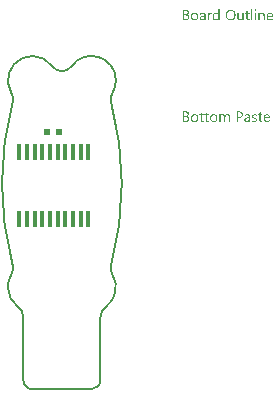
<source format=gbp>
G04*
G04 #@! TF.GenerationSoftware,Altium Limited,Altium Designer,21.9.2 (33)*
G04*
G04 Layer_Color=128*
%FSAX25Y25*%
%MOIN*%
G70*
G04*
G04 #@! TF.SameCoordinates,22CECA58-678C-4C5F-B68D-3DF83B2D247A*
G04*
G04*
G04 #@! TF.FilePolarity,Positive*
G04*
G01*
G75*
%ADD13C,0.00787*%
%ADD53R,0.01575X0.05315*%
%ADD54R,0.01968X0.02165*%
G36*
X0064563Y0102638D02*
X0064588D01*
X0064644Y0102613D01*
X0064675Y0102594D01*
X0064706Y0102569D01*
X0064712Y0102563D01*
X0064718Y0102557D01*
X0064749Y0102520D01*
X0064774Y0102458D01*
X0064780Y0102421D01*
X0064786Y0102384D01*
Y0102377D01*
Y0102365D01*
X0064780Y0102347D01*
X0064774Y0102322D01*
X0064755Y0102260D01*
X0064731Y0102229D01*
X0064706Y0102198D01*
X0064700D01*
X0064693Y0102186D01*
X0064656Y0102161D01*
X0064601Y0102136D01*
X0064563Y0102130D01*
X0064526Y0102124D01*
X0064508D01*
X0064489Y0102130D01*
X0064464D01*
X0064403Y0102155D01*
X0064372Y0102167D01*
X0064341Y0102192D01*
Y0102198D01*
X0064328Y0102204D01*
X0064316Y0102223D01*
X0064303Y0102241D01*
X0064279Y0102303D01*
X0064272Y0102340D01*
X0064266Y0102384D01*
Y0102390D01*
Y0102402D01*
X0064272Y0102421D01*
X0064279Y0102452D01*
X0064297Y0102507D01*
X0064316Y0102539D01*
X0064341Y0102569D01*
X0064347Y0102576D01*
X0064353Y0102582D01*
X0064390Y0102607D01*
X0064452Y0102631D01*
X0064489Y0102644D01*
X0064545D01*
X0064563Y0102638D01*
D02*
G37*
G36*
X0052573Y0098973D02*
X0052171D01*
Y0099394D01*
X0052159D01*
Y0099388D01*
X0052146Y0099375D01*
X0052128Y0099351D01*
X0052109Y0099320D01*
X0052078Y0099282D01*
X0052041Y0099245D01*
X0051998Y0099202D01*
X0051948Y0099159D01*
X0051893Y0099109D01*
X0051824Y0099066D01*
X0051756Y0099029D01*
X0051676Y0098992D01*
X0051595Y0098961D01*
X0051503Y0098936D01*
X0051403Y0098923D01*
X0051298Y0098917D01*
X0051255D01*
X0051218Y0098923D01*
X0051181Y0098930D01*
X0051131Y0098936D01*
X0051026Y0098961D01*
X0050902Y0098998D01*
X0050778Y0099060D01*
X0050710Y0099097D01*
X0050655Y0099140D01*
X0050593Y0099196D01*
X0050537Y0099252D01*
Y0099258D01*
X0050524Y0099270D01*
X0050512Y0099289D01*
X0050494Y0099313D01*
X0050475Y0099344D01*
X0050450Y0099388D01*
X0050425Y0099437D01*
X0050401Y0099493D01*
X0050370Y0099555D01*
X0050345Y0099623D01*
X0050320Y0099697D01*
X0050302Y0099778D01*
X0050283Y0099864D01*
X0050271Y0099963D01*
X0050265Y0100063D01*
X0050258Y0100168D01*
Y0100174D01*
Y0100192D01*
Y0100230D01*
X0050265Y0100273D01*
X0050271Y0100322D01*
X0050277Y0100384D01*
X0050283Y0100452D01*
X0050296Y0100527D01*
X0050333Y0100688D01*
X0050388Y0100855D01*
X0050425Y0100935D01*
X0050469Y0101016D01*
X0050512Y0101090D01*
X0050568Y0101164D01*
X0050574Y0101171D01*
X0050580Y0101183D01*
X0050599Y0101201D01*
X0050624Y0101226D01*
X0050655Y0101251D01*
X0050698Y0101282D01*
X0050741Y0101319D01*
X0050791Y0101356D01*
X0050915Y0101424D01*
X0051057Y0101486D01*
X0051137Y0101505D01*
X0051224Y0101523D01*
X0051311Y0101536D01*
X0051410Y0101542D01*
X0051459D01*
X0051496Y0101536D01*
X0051534Y0101530D01*
X0051583Y0101523D01*
X0051694Y0101492D01*
X0051818Y0101443D01*
X0051880Y0101412D01*
X0051942Y0101369D01*
X0052004Y0101325D01*
X0052060Y0101269D01*
X0052109Y0101208D01*
X0052159Y0101133D01*
X0052171D01*
Y0102693D01*
X0052573D01*
Y0098973D01*
D02*
G37*
G36*
X0066841Y0101536D02*
X0066916Y0101530D01*
X0067009Y0101511D01*
X0067107Y0101480D01*
X0067213Y0101430D01*
X0067318Y0101362D01*
X0067361Y0101325D01*
X0067405Y0101276D01*
X0067417Y0101263D01*
X0067442Y0101226D01*
X0067473Y0101164D01*
X0067516Y0101078D01*
X0067553Y0100972D01*
X0067590Y0100842D01*
X0067615Y0100688D01*
X0067621Y0100508D01*
Y0098973D01*
X0067219D01*
Y0100403D01*
Y0100409D01*
Y0100440D01*
X0067213Y0100477D01*
Y0100527D01*
X0067200Y0100589D01*
X0067188Y0100657D01*
X0067169Y0100731D01*
X0067145Y0100805D01*
X0067114Y0100880D01*
X0067077Y0100948D01*
X0067027Y0101016D01*
X0066971Y0101078D01*
X0066909Y0101127D01*
X0066829Y0101164D01*
X0066742Y0101195D01*
X0066637Y0101201D01*
X0066625D01*
X0066588Y0101195D01*
X0066532Y0101189D01*
X0066464Y0101171D01*
X0066383Y0101146D01*
X0066297Y0101102D01*
X0066216Y0101047D01*
X0066136Y0100972D01*
X0066129Y0100960D01*
X0066105Y0100935D01*
X0066074Y0100886D01*
X0066037Y0100818D01*
X0066000Y0100737D01*
X0065969Y0100638D01*
X0065944Y0100527D01*
X0065938Y0100403D01*
Y0098973D01*
X0065535D01*
Y0101486D01*
X0065938D01*
Y0101065D01*
X0065950D01*
X0065956Y0101072D01*
X0065962Y0101084D01*
X0065981Y0101109D01*
X0066006Y0101139D01*
X0066030Y0101177D01*
X0066068Y0101214D01*
X0066111Y0101257D01*
X0066160Y0101307D01*
X0066216Y0101350D01*
X0066278Y0101393D01*
X0066346Y0101430D01*
X0066420Y0101468D01*
X0066495Y0101499D01*
X0066581Y0101523D01*
X0066674Y0101536D01*
X0066773Y0101542D01*
X0066810D01*
X0066841Y0101536D01*
D02*
G37*
G36*
X0049844Y0101523D02*
X0049918Y0101517D01*
X0049961Y0101505D01*
X0049992Y0101492D01*
Y0101078D01*
X0049986Y0101084D01*
X0049974Y0101090D01*
X0049949Y0101102D01*
X0049918Y0101121D01*
X0049874Y0101133D01*
X0049819Y0101146D01*
X0049757Y0101152D01*
X0049689Y0101158D01*
X0049676D01*
X0049646Y0101152D01*
X0049596Y0101146D01*
X0049540Y0101127D01*
X0049466Y0101096D01*
X0049398Y0101053D01*
X0049324Y0100991D01*
X0049255Y0100910D01*
X0049249Y0100898D01*
X0049231Y0100867D01*
X0049200Y0100812D01*
X0049169Y0100737D01*
X0049138Y0100644D01*
X0049107Y0100527D01*
X0049088Y0100397D01*
X0049082Y0100248D01*
Y0098973D01*
X0048680D01*
Y0101486D01*
X0049082D01*
Y0100966D01*
X0049095D01*
Y0100972D01*
X0049101Y0100979D01*
X0049113Y0101010D01*
X0049132Y0101059D01*
X0049163Y0101121D01*
X0049194Y0101183D01*
X0049243Y0101251D01*
X0049293Y0101319D01*
X0049355Y0101381D01*
X0049361Y0101387D01*
X0049385Y0101406D01*
X0049423Y0101430D01*
X0049472Y0101455D01*
X0049528Y0101480D01*
X0049596Y0101505D01*
X0049670Y0101523D01*
X0049751Y0101530D01*
X0049806D01*
X0049844Y0101523D01*
D02*
G37*
G36*
X0060583Y0098973D02*
X0060181D01*
Y0099369D01*
X0060168D01*
Y0099363D01*
X0060156Y0099351D01*
X0060144Y0099326D01*
X0060119Y0099301D01*
X0060063Y0099227D01*
X0059977Y0099146D01*
X0059927Y0099103D01*
X0059871Y0099060D01*
X0059809Y0099023D01*
X0059735Y0098985D01*
X0059661Y0098961D01*
X0059580Y0098936D01*
X0059488Y0098923D01*
X0059395Y0098917D01*
X0059358D01*
X0059314Y0098923D01*
X0059252Y0098936D01*
X0059184Y0098948D01*
X0059110Y0098973D01*
X0059030Y0099004D01*
X0058949Y0099054D01*
X0058862Y0099109D01*
X0058782Y0099177D01*
X0058708Y0099264D01*
X0058640Y0099369D01*
X0058578Y0099487D01*
X0058534Y0099629D01*
X0058510Y0099796D01*
X0058497Y0099883D01*
Y0099982D01*
Y0101486D01*
X0058893D01*
Y0100044D01*
Y0100038D01*
Y0100013D01*
X0058900Y0099970D01*
X0058906Y0099920D01*
X0058912Y0099858D01*
X0058924Y0099796D01*
X0058943Y0099722D01*
X0058968Y0099648D01*
X0059005Y0099573D01*
X0059042Y0099505D01*
X0059092Y0099437D01*
X0059153Y0099375D01*
X0059222Y0099326D01*
X0059302Y0099289D01*
X0059401Y0099258D01*
X0059506Y0099252D01*
X0059519D01*
X0059556Y0099258D01*
X0059611Y0099264D01*
X0059673Y0099276D01*
X0059754Y0099307D01*
X0059834Y0099344D01*
X0059915Y0099394D01*
X0059989Y0099468D01*
X0059995Y0099481D01*
X0060020Y0099505D01*
X0060051Y0099555D01*
X0060088Y0099623D01*
X0060119Y0099704D01*
X0060150Y0099803D01*
X0060175Y0099914D01*
X0060181Y0100038D01*
Y0101486D01*
X0060583D01*
Y0098973D01*
D02*
G37*
G36*
X0064718D02*
X0064316D01*
Y0101486D01*
X0064718D01*
Y0098973D01*
D02*
G37*
G36*
X0063499D02*
X0063096D01*
Y0102693D01*
X0063499D01*
Y0098973D01*
D02*
G37*
G36*
X0047120Y0101536D02*
X0047176Y0101530D01*
X0047244Y0101511D01*
X0047318Y0101492D01*
X0047399Y0101461D01*
X0047485Y0101424D01*
X0047566Y0101375D01*
X0047646Y0101313D01*
X0047720Y0101239D01*
X0047789Y0101146D01*
X0047844Y0101040D01*
X0047888Y0100917D01*
X0047912Y0100774D01*
X0047925Y0100607D01*
Y0098973D01*
X0047522D01*
Y0099363D01*
X0047510D01*
Y0099357D01*
X0047498Y0099344D01*
X0047485Y0099320D01*
X0047460Y0099295D01*
X0047399Y0099221D01*
X0047318Y0099140D01*
X0047207Y0099060D01*
X0047077Y0098985D01*
X0046996Y0098961D01*
X0046916Y0098936D01*
X0046829Y0098923D01*
X0046736Y0098917D01*
X0046699D01*
X0046674Y0098923D01*
X0046606Y0098930D01*
X0046526Y0098942D01*
X0046427Y0098967D01*
X0046334Y0098998D01*
X0046235Y0099047D01*
X0046148Y0099109D01*
X0046142Y0099122D01*
X0046117Y0099146D01*
X0046080Y0099190D01*
X0046043Y0099252D01*
X0046006Y0099326D01*
X0045969Y0099413D01*
X0045944Y0099518D01*
X0045938Y0099635D01*
Y0099642D01*
Y0099666D01*
X0045944Y0099704D01*
X0045950Y0099747D01*
X0045963Y0099803D01*
X0045981Y0099864D01*
X0046006Y0099932D01*
X0046043Y0100001D01*
X0046086Y0100075D01*
X0046142Y0100149D01*
X0046210Y0100217D01*
X0046290Y0100279D01*
X0046383Y0100341D01*
X0046495Y0100391D01*
X0046619Y0100428D01*
X0046767Y0100459D01*
X0047522Y0100564D01*
Y0100570D01*
Y0100589D01*
X0047516Y0100626D01*
Y0100663D01*
X0047504Y0100712D01*
X0047498Y0100768D01*
X0047460Y0100886D01*
X0047429Y0100942D01*
X0047399Y0100997D01*
X0047355Y0101053D01*
X0047306Y0101102D01*
X0047244Y0101146D01*
X0047176Y0101177D01*
X0047095Y0101195D01*
X0047002Y0101201D01*
X0046959D01*
X0046928Y0101195D01*
X0046885D01*
X0046841Y0101183D01*
X0046730Y0101164D01*
X0046606Y0101127D01*
X0046470Y0101072D01*
X0046396Y0101034D01*
X0046328Y0100997D01*
X0046253Y0100948D01*
X0046185Y0100892D01*
Y0101307D01*
X0046191D01*
X0046204Y0101319D01*
X0046222Y0101331D01*
X0046253Y0101344D01*
X0046284Y0101362D01*
X0046328Y0101381D01*
X0046377Y0101400D01*
X0046433Y0101424D01*
X0046557Y0101468D01*
X0046705Y0101505D01*
X0046866Y0101530D01*
X0047039Y0101542D01*
X0047077D01*
X0047120Y0101536D01*
D02*
G37*
G36*
X0041431Y0102483D02*
X0041475D01*
X0041518Y0102477D01*
X0041617Y0102464D01*
X0041735Y0102433D01*
X0041859Y0102396D01*
X0041976Y0102340D01*
X0042081Y0102266D01*
X0042088D01*
X0042094Y0102254D01*
X0042125Y0102229D01*
X0042168Y0102180D01*
X0042217Y0102111D01*
X0042261Y0102025D01*
X0042304Y0101926D01*
X0042335Y0101814D01*
X0042347Y0101752D01*
Y0101684D01*
Y0101678D01*
Y0101672D01*
Y0101635D01*
X0042341Y0101579D01*
X0042329Y0101511D01*
X0042310Y0101424D01*
X0042279Y0101338D01*
X0042242Y0101251D01*
X0042187Y0101164D01*
X0042180Y0101152D01*
X0042156Y0101127D01*
X0042118Y0101090D01*
X0042069Y0101040D01*
X0042007Y0100991D01*
X0041933Y0100935D01*
X0041840Y0100892D01*
X0041741Y0100849D01*
Y0100842D01*
X0041759D01*
X0041778Y0100836D01*
X0041797Y0100830D01*
X0041865Y0100818D01*
X0041945Y0100793D01*
X0042032Y0100756D01*
X0042125Y0100712D01*
X0042217Y0100651D01*
X0042304Y0100570D01*
X0042317Y0100558D01*
X0042341Y0100527D01*
X0042372Y0100483D01*
X0042416Y0100415D01*
X0042453Y0100329D01*
X0042490Y0100230D01*
X0042515Y0100112D01*
X0042521Y0099982D01*
Y0099976D01*
Y0099963D01*
Y0099939D01*
X0042515Y0099908D01*
X0042508Y0099871D01*
X0042502Y0099827D01*
X0042478Y0099722D01*
X0042440Y0099604D01*
X0042385Y0099481D01*
X0042347Y0099425D01*
X0042304Y0099363D01*
X0042248Y0099307D01*
X0042193Y0099252D01*
X0042187D01*
X0042180Y0099239D01*
X0042162Y0099227D01*
X0042137Y0099208D01*
X0042106Y0099190D01*
X0042063Y0099165D01*
X0041970Y0099115D01*
X0041852Y0099060D01*
X0041716Y0099016D01*
X0041555Y0098985D01*
X0041475Y0098979D01*
X0041382Y0098973D01*
X0040354D01*
Y0102489D01*
X0041400D01*
X0041431Y0102483D01*
D02*
G37*
G36*
X0061927Y0101486D02*
X0062564D01*
Y0101139D01*
X0061927D01*
Y0099722D01*
Y0099710D01*
Y0099679D01*
X0061933Y0099635D01*
X0061939Y0099580D01*
X0061964Y0099462D01*
X0061982Y0099406D01*
X0062013Y0099363D01*
X0062019Y0099357D01*
X0062032Y0099344D01*
X0062050Y0099332D01*
X0062081Y0099313D01*
X0062118Y0099289D01*
X0062168Y0099276D01*
X0062230Y0099264D01*
X0062298Y0099258D01*
X0062323D01*
X0062354Y0099264D01*
X0062391Y0099270D01*
X0062477Y0099295D01*
X0062521Y0099313D01*
X0062564Y0099338D01*
Y0098992D01*
X0062558D01*
X0062539Y0098979D01*
X0062508Y0098973D01*
X0062465Y0098961D01*
X0062409Y0098948D01*
X0062347Y0098936D01*
X0062273Y0098930D01*
X0062186Y0098923D01*
X0062155D01*
X0062125Y0098930D01*
X0062081Y0098936D01*
X0062032Y0098948D01*
X0061976Y0098961D01*
X0061920Y0098985D01*
X0061858Y0099016D01*
X0061796Y0099054D01*
X0061735Y0099103D01*
X0061679Y0099159D01*
X0061629Y0099233D01*
X0061586Y0099313D01*
X0061555Y0099413D01*
X0061530Y0099524D01*
X0061524Y0099654D01*
Y0101139D01*
X0061097D01*
Y0101486D01*
X0061524D01*
Y0102099D01*
X0061927Y0102229D01*
Y0101486D01*
D02*
G37*
G36*
X0069454Y0101536D02*
X0069497Y0101530D01*
X0069540Y0101523D01*
X0069652Y0101505D01*
X0069775Y0101461D01*
X0069899Y0101406D01*
X0069961Y0101369D01*
X0070023Y0101325D01*
X0070079Y0101276D01*
X0070134Y0101220D01*
X0070141Y0101214D01*
X0070147Y0101208D01*
X0070159Y0101189D01*
X0070178Y0101164D01*
X0070196Y0101127D01*
X0070221Y0101090D01*
X0070246Y0101047D01*
X0070271Y0100991D01*
X0070295Y0100929D01*
X0070320Y0100867D01*
X0070345Y0100793D01*
X0070363Y0100712D01*
X0070382Y0100626D01*
X0070394Y0100539D01*
X0070407Y0100440D01*
Y0100335D01*
Y0100124D01*
X0068630D01*
Y0100118D01*
Y0100106D01*
Y0100087D01*
X0068636Y0100056D01*
X0068643Y0100019D01*
Y0099982D01*
X0068661Y0099883D01*
X0068692Y0099784D01*
X0068729Y0099673D01*
X0068785Y0099567D01*
X0068853Y0099474D01*
X0068866Y0099462D01*
X0068890Y0099437D01*
X0068940Y0099406D01*
X0069008Y0099363D01*
X0069095Y0099320D01*
X0069194Y0099289D01*
X0069311Y0099264D01*
X0069447Y0099252D01*
X0069491D01*
X0069522Y0099258D01*
X0069559D01*
X0069602Y0099264D01*
X0069707Y0099289D01*
X0069825Y0099320D01*
X0069955Y0099369D01*
X0070091Y0099437D01*
X0070159Y0099481D01*
X0070227Y0099530D01*
Y0099152D01*
X0070221D01*
X0070215Y0099140D01*
X0070196Y0099134D01*
X0070165Y0099115D01*
X0070134Y0099097D01*
X0070097Y0099078D01*
X0070048Y0099060D01*
X0069998Y0099035D01*
X0069936Y0099010D01*
X0069868Y0098992D01*
X0069720Y0098954D01*
X0069546Y0098930D01*
X0069354Y0098917D01*
X0069305D01*
X0069268Y0098923D01*
X0069225Y0098930D01*
X0069169Y0098936D01*
X0069051Y0098961D01*
X0068915Y0098998D01*
X0068779Y0099060D01*
X0068711Y0099103D01*
X0068643Y0099146D01*
X0068581Y0099196D01*
X0068519Y0099258D01*
X0068513Y0099264D01*
X0068506Y0099276D01*
X0068494Y0099295D01*
X0068469Y0099320D01*
X0068451Y0099357D01*
X0068426Y0099400D01*
X0068395Y0099450D01*
X0068370Y0099505D01*
X0068339Y0099567D01*
X0068315Y0099642D01*
X0068284Y0099722D01*
X0068265Y0099809D01*
X0068247Y0099901D01*
X0068228Y0100001D01*
X0068222Y0100106D01*
X0068216Y0100217D01*
Y0100223D01*
Y0100242D01*
Y0100273D01*
X0068222Y0100316D01*
X0068228Y0100366D01*
X0068234Y0100422D01*
X0068240Y0100490D01*
X0068259Y0100558D01*
X0068296Y0100706D01*
X0068352Y0100867D01*
X0068389Y0100948D01*
X0068438Y0101022D01*
X0068488Y0101102D01*
X0068544Y0101171D01*
X0068550Y0101177D01*
X0068562Y0101189D01*
X0068581Y0101208D01*
X0068606Y0101226D01*
X0068636Y0101257D01*
X0068674Y0101288D01*
X0068723Y0101319D01*
X0068773Y0101356D01*
X0068890Y0101424D01*
X0069033Y0101486D01*
X0069113Y0101505D01*
X0069194Y0101523D01*
X0069280Y0101536D01*
X0069373Y0101542D01*
X0069423D01*
X0069454Y0101536D01*
D02*
G37*
G36*
X0056411Y0102545D02*
X0056473Y0102539D01*
X0056547Y0102526D01*
X0056628Y0102507D01*
X0056714Y0102489D01*
X0056801Y0102464D01*
X0056900Y0102433D01*
X0056993Y0102390D01*
X0057092Y0102340D01*
X0057191Y0102285D01*
X0057284Y0102217D01*
X0057377Y0102142D01*
X0057464Y0102056D01*
X0057470Y0102050D01*
X0057482Y0102031D01*
X0057507Y0102006D01*
X0057532Y0101969D01*
X0057569Y0101919D01*
X0057606Y0101858D01*
X0057643Y0101789D01*
X0057686Y0101715D01*
X0057730Y0101622D01*
X0057767Y0101530D01*
X0057804Y0101424D01*
X0057841Y0101307D01*
X0057866Y0101189D01*
X0057891Y0101059D01*
X0057903Y0100917D01*
X0057909Y0100774D01*
Y0100762D01*
Y0100737D01*
Y0100694D01*
X0057903Y0100632D01*
X0057897Y0100558D01*
X0057884Y0100477D01*
X0057872Y0100384D01*
X0057854Y0100279D01*
X0057829Y0100174D01*
X0057798Y0100063D01*
X0057761Y0099951D01*
X0057717Y0099840D01*
X0057662Y0099722D01*
X0057600Y0099617D01*
X0057532Y0099512D01*
X0057451Y0099413D01*
X0057445Y0099406D01*
X0057433Y0099394D01*
X0057402Y0099369D01*
X0057371Y0099338D01*
X0057321Y0099295D01*
X0057265Y0099258D01*
X0057204Y0099208D01*
X0057129Y0099165D01*
X0057049Y0099122D01*
X0056956Y0099072D01*
X0056857Y0099035D01*
X0056745Y0098998D01*
X0056628Y0098961D01*
X0056504Y0098936D01*
X0056374Y0098923D01*
X0056232Y0098917D01*
X0056201D01*
X0056157Y0098923D01*
X0056108D01*
X0056046Y0098930D01*
X0055972Y0098942D01*
X0055891Y0098961D01*
X0055798Y0098979D01*
X0055705Y0099004D01*
X0055607Y0099035D01*
X0055507Y0099078D01*
X0055408Y0099122D01*
X0055309Y0099177D01*
X0055210Y0099245D01*
X0055117Y0099320D01*
X0055031Y0099406D01*
X0055025Y0099413D01*
X0055012Y0099431D01*
X0054988Y0099456D01*
X0054963Y0099493D01*
X0054926Y0099542D01*
X0054888Y0099604D01*
X0054851Y0099673D01*
X0054808Y0099753D01*
X0054765Y0099840D01*
X0054728Y0099932D01*
X0054690Y0100038D01*
X0054653Y0100155D01*
X0054628Y0100273D01*
X0054604Y0100403D01*
X0054591Y0100545D01*
X0054585Y0100688D01*
Y0100700D01*
Y0100725D01*
X0054591Y0100768D01*
Y0100830D01*
X0054598Y0100898D01*
X0054610Y0100985D01*
X0054622Y0101078D01*
X0054641Y0101177D01*
X0054666Y0101282D01*
X0054697Y0101393D01*
X0054734Y0101505D01*
X0054777Y0101616D01*
X0054833Y0101728D01*
X0054895Y0101839D01*
X0054963Y0101944D01*
X0055043Y0102043D01*
X0055049Y0102050D01*
X0055062Y0102068D01*
X0055093Y0102093D01*
X0055130Y0102124D01*
X0055173Y0102161D01*
X0055229Y0102204D01*
X0055297Y0102248D01*
X0055371Y0102297D01*
X0055458Y0102347D01*
X0055551Y0102390D01*
X0055650Y0102433D01*
X0055761Y0102470D01*
X0055885Y0102501D01*
X0056015Y0102532D01*
X0056151Y0102545D01*
X0056294Y0102551D01*
X0056362D01*
X0056411Y0102545D01*
D02*
G37*
G36*
X0044384Y0101536D02*
X0044427Y0101530D01*
X0044483Y0101523D01*
X0044607Y0101499D01*
X0044749Y0101455D01*
X0044892Y0101393D01*
X0044966Y0101356D01*
X0045034Y0101313D01*
X0045102Y0101257D01*
X0045164Y0101195D01*
X0045170Y0101189D01*
X0045176Y0101177D01*
X0045195Y0101158D01*
X0045213Y0101133D01*
X0045238Y0101096D01*
X0045263Y0101053D01*
X0045294Y0101003D01*
X0045325Y0100948D01*
X0045350Y0100880D01*
X0045381Y0100812D01*
X0045405Y0100731D01*
X0045430Y0100644D01*
X0045449Y0100551D01*
X0045467Y0100452D01*
X0045474Y0100347D01*
X0045480Y0100236D01*
Y0100230D01*
Y0100211D01*
Y0100180D01*
X0045474Y0100137D01*
X0045467Y0100087D01*
X0045461Y0100025D01*
X0045449Y0099963D01*
X0045436Y0099889D01*
X0045399Y0099741D01*
X0045337Y0099580D01*
X0045300Y0099499D01*
X0045251Y0099419D01*
X0045201Y0099344D01*
X0045139Y0099276D01*
X0045133Y0099270D01*
X0045121Y0099264D01*
X0045102Y0099245D01*
X0045077Y0099221D01*
X0045040Y0099196D01*
X0045003Y0099165D01*
X0044954Y0099128D01*
X0044898Y0099097D01*
X0044836Y0099066D01*
X0044768Y0099029D01*
X0044693Y0098998D01*
X0044613Y0098973D01*
X0044526Y0098948D01*
X0044434Y0098936D01*
X0044335Y0098923D01*
X0044229Y0098917D01*
X0044174D01*
X0044136Y0098923D01*
X0044093Y0098930D01*
X0044037Y0098936D01*
X0043975Y0098948D01*
X0043907Y0098961D01*
X0043765Y0099004D01*
X0043617Y0099066D01*
X0043542Y0099103D01*
X0043474Y0099152D01*
X0043406Y0099202D01*
X0043338Y0099264D01*
X0043332Y0099270D01*
X0043325Y0099282D01*
X0043307Y0099301D01*
X0043288Y0099326D01*
X0043264Y0099363D01*
X0043233Y0099406D01*
X0043202Y0099456D01*
X0043177Y0099512D01*
X0043146Y0099580D01*
X0043115Y0099648D01*
X0043084Y0099722D01*
X0043059Y0099809D01*
X0043022Y0099994D01*
X0043016Y0100093D01*
X0043010Y0100199D01*
Y0100205D01*
Y0100230D01*
Y0100261D01*
X0043016Y0100304D01*
X0043022Y0100353D01*
X0043028Y0100415D01*
X0043041Y0100483D01*
X0043053Y0100558D01*
X0043090Y0100719D01*
X0043152Y0100880D01*
X0043196Y0100960D01*
X0043239Y0101040D01*
X0043288Y0101115D01*
X0043350Y0101183D01*
X0043356Y0101189D01*
X0043369Y0101201D01*
X0043387Y0101214D01*
X0043412Y0101239D01*
X0043449Y0101263D01*
X0043493Y0101294D01*
X0043542Y0101331D01*
X0043598Y0101362D01*
X0043660Y0101393D01*
X0043734Y0101430D01*
X0043808Y0101461D01*
X0043895Y0101486D01*
X0043982Y0101511D01*
X0044081Y0101530D01*
X0044186Y0101536D01*
X0044291Y0101542D01*
X0044347D01*
X0044384Y0101536D01*
D02*
G37*
G36*
X0064483Y0067677D02*
X0064563Y0067671D01*
X0064650Y0067659D01*
X0064749Y0067634D01*
X0064848Y0067609D01*
X0064947Y0067572D01*
Y0067164D01*
X0064935Y0067170D01*
X0064898Y0067195D01*
X0064842Y0067219D01*
X0064768Y0067256D01*
X0064675Y0067287D01*
X0064563Y0067318D01*
X0064440Y0067337D01*
X0064310Y0067343D01*
X0064241D01*
X0064180Y0067331D01*
X0064105Y0067318D01*
X0064099D01*
X0064093Y0067312D01*
X0064056Y0067300D01*
X0064006Y0067275D01*
X0063951Y0067244D01*
X0063938Y0067238D01*
X0063914Y0067213D01*
X0063882Y0067176D01*
X0063852Y0067133D01*
X0063845Y0067120D01*
X0063833Y0067089D01*
X0063821Y0067046D01*
X0063814Y0066990D01*
Y0066984D01*
Y0066972D01*
Y0066953D01*
X0063821Y0066935D01*
X0063833Y0066879D01*
X0063852Y0066823D01*
X0063858Y0066811D01*
X0063876Y0066786D01*
X0063914Y0066749D01*
X0063957Y0066706D01*
X0063963D01*
X0063969Y0066699D01*
X0064006Y0066675D01*
X0064056Y0066644D01*
X0064124Y0066613D01*
X0064130D01*
X0064143Y0066607D01*
X0064161Y0066600D01*
X0064192Y0066588D01*
X0064260Y0066563D01*
X0064347Y0066526D01*
X0064353D01*
X0064378Y0066514D01*
X0064409Y0066501D01*
X0064446Y0066489D01*
X0064545Y0066446D01*
X0064644Y0066396D01*
X0064650D01*
X0064669Y0066384D01*
X0064693Y0066371D01*
X0064724Y0066353D01*
X0064799Y0066303D01*
X0064873Y0066241D01*
X0064879Y0066235D01*
X0064891Y0066229D01*
X0064904Y0066210D01*
X0064929Y0066186D01*
X0064972Y0066124D01*
X0065015Y0066043D01*
Y0066037D01*
X0065022Y0066025D01*
X0065034Y0066000D01*
X0065040Y0065969D01*
X0065052Y0065932D01*
X0065059Y0065889D01*
X0065065Y0065783D01*
Y0065777D01*
Y0065752D01*
X0065059Y0065715D01*
X0065052Y0065672D01*
X0065046Y0065622D01*
X0065028Y0065567D01*
X0065009Y0065517D01*
X0064978Y0065461D01*
X0064972Y0065455D01*
X0064966Y0065437D01*
X0064947Y0065412D01*
X0064922Y0065381D01*
X0064891Y0065344D01*
X0064854Y0065307D01*
X0064762Y0065232D01*
X0064755Y0065226D01*
X0064737Y0065220D01*
X0064712Y0065201D01*
X0064669Y0065183D01*
X0064625Y0065158D01*
X0064570Y0065140D01*
X0064514Y0065121D01*
X0064446Y0065102D01*
X0064440D01*
X0064415Y0065096D01*
X0064378Y0065090D01*
X0064334Y0065084D01*
X0064272Y0065071D01*
X0064211Y0065065D01*
X0064068Y0065059D01*
X0064006D01*
X0063932Y0065065D01*
X0063839Y0065078D01*
X0063734Y0065096D01*
X0063622Y0065121D01*
X0063511Y0065152D01*
X0063400Y0065201D01*
Y0065635D01*
X0063406D01*
X0063412Y0065622D01*
X0063431Y0065610D01*
X0063455Y0065598D01*
X0063524Y0065561D01*
X0063616Y0065517D01*
X0063722Y0065468D01*
X0063845Y0065430D01*
X0063982Y0065406D01*
X0064124Y0065393D01*
X0064174D01*
X0064204Y0065399D01*
X0064291Y0065412D01*
X0064390Y0065437D01*
X0064483Y0065480D01*
X0064526Y0065511D01*
X0064570Y0065542D01*
X0064601Y0065585D01*
X0064625Y0065628D01*
X0064644Y0065684D01*
X0064650Y0065746D01*
Y0065752D01*
Y0065765D01*
Y0065783D01*
X0064644Y0065802D01*
X0064631Y0065858D01*
X0064607Y0065913D01*
Y0065920D01*
X0064601Y0065926D01*
X0064576Y0065957D01*
X0064539Y0066000D01*
X0064483Y0066037D01*
X0064477D01*
X0064471Y0066049D01*
X0064433Y0066068D01*
X0064378Y0066105D01*
X0064303Y0066136D01*
X0064297D01*
X0064285Y0066142D01*
X0064266Y0066155D01*
X0064235Y0066167D01*
X0064167Y0066192D01*
X0064081Y0066229D01*
X0064074D01*
X0064050Y0066241D01*
X0064019Y0066254D01*
X0063982Y0066266D01*
X0063882Y0066309D01*
X0063784Y0066359D01*
X0063777Y0066365D01*
X0063765Y0066371D01*
X0063740Y0066384D01*
X0063709Y0066402D01*
X0063641Y0066452D01*
X0063573Y0066508D01*
X0063567Y0066514D01*
X0063561Y0066520D01*
X0063542Y0066539D01*
X0063524Y0066563D01*
X0063480Y0066625D01*
X0063443Y0066699D01*
Y0066706D01*
X0063437Y0066718D01*
X0063431Y0066743D01*
X0063424Y0066774D01*
X0063418Y0066811D01*
X0063412Y0066854D01*
X0063406Y0066959D01*
Y0066966D01*
Y0066990D01*
X0063412Y0067021D01*
X0063418Y0067065D01*
X0063424Y0067114D01*
X0063443Y0067164D01*
X0063462Y0067219D01*
X0063486Y0067269D01*
X0063493Y0067275D01*
X0063499Y0067294D01*
X0063517Y0067318D01*
X0063542Y0067349D01*
X0063610Y0067424D01*
X0063697Y0067498D01*
X0063703Y0067504D01*
X0063722Y0067510D01*
X0063746Y0067529D01*
X0063790Y0067547D01*
X0063833Y0067572D01*
X0063882Y0067597D01*
X0064006Y0067634D01*
X0064012D01*
X0064037Y0067640D01*
X0064068Y0067653D01*
X0064118Y0067659D01*
X0064167Y0067671D01*
X0064229Y0067677D01*
X0064365Y0067684D01*
X0064421D01*
X0064483Y0067677D01*
D02*
G37*
G36*
X0055291D02*
X0055347Y0067665D01*
X0055408Y0067653D01*
X0055476Y0067628D01*
X0055557Y0067597D01*
X0055631Y0067554D01*
X0055712Y0067504D01*
X0055786Y0067436D01*
X0055854Y0067349D01*
X0055916Y0067250D01*
X0055972Y0067139D01*
X0056009Y0066997D01*
X0056040Y0066842D01*
X0056046Y0066662D01*
Y0065115D01*
X0055644D01*
Y0066557D01*
Y0066563D01*
Y0066576D01*
Y0066594D01*
Y0066625D01*
X0055637Y0066699D01*
X0055625Y0066786D01*
X0055613Y0066885D01*
X0055588Y0066984D01*
X0055557Y0067077D01*
X0055514Y0067158D01*
X0055507Y0067164D01*
X0055489Y0067188D01*
X0055458Y0067219D01*
X0055408Y0067250D01*
X0055353Y0067287D01*
X0055278Y0067312D01*
X0055186Y0067337D01*
X0055080Y0067343D01*
X0055068D01*
X0055037Y0067337D01*
X0054988Y0067331D01*
X0054926Y0067312D01*
X0054857Y0067287D01*
X0054783Y0067244D01*
X0054709Y0067188D01*
X0054641Y0067108D01*
X0054635Y0067096D01*
X0054616Y0067065D01*
X0054585Y0067015D01*
X0054554Y0066947D01*
X0054517Y0066866D01*
X0054492Y0066774D01*
X0054467Y0066662D01*
X0054461Y0066545D01*
Y0065115D01*
X0054059D01*
Y0066607D01*
Y0066613D01*
Y0066637D01*
X0054053Y0066675D01*
Y0066724D01*
X0054040Y0066780D01*
X0054028Y0066842D01*
X0054009Y0066904D01*
X0053991Y0066978D01*
X0053960Y0067046D01*
X0053923Y0067108D01*
X0053873Y0067170D01*
X0053818Y0067226D01*
X0053756Y0067275D01*
X0053675Y0067312D01*
X0053588Y0067337D01*
X0053490Y0067343D01*
X0053477D01*
X0053446Y0067337D01*
X0053397Y0067331D01*
X0053335Y0067318D01*
X0053267Y0067287D01*
X0053192Y0067250D01*
X0053118Y0067195D01*
X0053050Y0067120D01*
X0053044Y0067108D01*
X0053025Y0067083D01*
X0052994Y0067034D01*
X0052963Y0066966D01*
X0052932Y0066885D01*
X0052902Y0066786D01*
X0052883Y0066675D01*
X0052877Y0066545D01*
Y0065115D01*
X0052474D01*
Y0067628D01*
X0052877D01*
Y0067226D01*
X0052889D01*
X0052895Y0067232D01*
X0052902Y0067244D01*
X0052920Y0067269D01*
X0052939Y0067300D01*
X0053000Y0067368D01*
X0053087Y0067455D01*
X0053199Y0067541D01*
X0053329Y0067609D01*
X0053409Y0067640D01*
X0053490Y0067665D01*
X0053576Y0067677D01*
X0053669Y0067684D01*
X0053712D01*
X0053762Y0067677D01*
X0053824Y0067665D01*
X0053892Y0067646D01*
X0053966Y0067622D01*
X0054040Y0067591D01*
X0054115Y0067541D01*
X0054121Y0067535D01*
X0054146Y0067516D01*
X0054177Y0067485D01*
X0054220Y0067442D01*
X0054263Y0067387D01*
X0054307Y0067325D01*
X0054350Y0067250D01*
X0054381Y0067164D01*
X0054387Y0067170D01*
X0054393Y0067188D01*
X0054412Y0067213D01*
X0054430Y0067244D01*
X0054461Y0067287D01*
X0054498Y0067331D01*
X0054542Y0067374D01*
X0054591Y0067424D01*
X0054647Y0067473D01*
X0054709Y0067516D01*
X0054777Y0067566D01*
X0054851Y0067603D01*
X0054932Y0067634D01*
X0055018Y0067659D01*
X0055117Y0067677D01*
X0055216Y0067684D01*
X0055254D01*
X0055291Y0067677D01*
D02*
G37*
G36*
X0061988D02*
X0062044Y0067671D01*
X0062112Y0067653D01*
X0062186Y0067634D01*
X0062267Y0067603D01*
X0062354Y0067566D01*
X0062434Y0067516D01*
X0062515Y0067455D01*
X0062589Y0067380D01*
X0062657Y0067287D01*
X0062713Y0067182D01*
X0062756Y0067058D01*
X0062781Y0066916D01*
X0062793Y0066749D01*
Y0065115D01*
X0062391D01*
Y0065505D01*
X0062378D01*
Y0065499D01*
X0062366Y0065486D01*
X0062354Y0065461D01*
X0062329Y0065437D01*
X0062267Y0065362D01*
X0062186Y0065282D01*
X0062075Y0065201D01*
X0061945Y0065127D01*
X0061865Y0065102D01*
X0061784Y0065078D01*
X0061698Y0065065D01*
X0061605Y0065059D01*
X0061567D01*
X0061543Y0065065D01*
X0061475Y0065071D01*
X0061394Y0065084D01*
X0061295Y0065109D01*
X0061202Y0065140D01*
X0061103Y0065189D01*
X0061016Y0065251D01*
X0061010Y0065263D01*
X0060986Y0065288D01*
X0060948Y0065331D01*
X0060911Y0065393D01*
X0060874Y0065468D01*
X0060837Y0065554D01*
X0060812Y0065659D01*
X0060806Y0065777D01*
Y0065783D01*
Y0065808D01*
X0060812Y0065845D01*
X0060818Y0065889D01*
X0060831Y0065944D01*
X0060849Y0066006D01*
X0060874Y0066074D01*
X0060911Y0066142D01*
X0060955Y0066217D01*
X0061010Y0066291D01*
X0061078Y0066359D01*
X0061159Y0066421D01*
X0061252Y0066483D01*
X0061363Y0066532D01*
X0061487Y0066569D01*
X0061636Y0066600D01*
X0062391Y0066706D01*
Y0066712D01*
Y0066730D01*
X0062384Y0066768D01*
Y0066805D01*
X0062372Y0066854D01*
X0062366Y0066910D01*
X0062329Y0067027D01*
X0062298Y0067083D01*
X0062267Y0067139D01*
X0062224Y0067195D01*
X0062174Y0067244D01*
X0062112Y0067287D01*
X0062044Y0067318D01*
X0061964Y0067337D01*
X0061871Y0067343D01*
X0061827D01*
X0061796Y0067337D01*
X0061753D01*
X0061710Y0067325D01*
X0061598Y0067306D01*
X0061475Y0067269D01*
X0061338Y0067213D01*
X0061264Y0067176D01*
X0061196Y0067139D01*
X0061122Y0067089D01*
X0061054Y0067034D01*
Y0067448D01*
X0061060D01*
X0061072Y0067461D01*
X0061091Y0067473D01*
X0061122Y0067485D01*
X0061153Y0067504D01*
X0061196Y0067523D01*
X0061246Y0067541D01*
X0061301Y0067566D01*
X0061425Y0067609D01*
X0061574Y0067646D01*
X0061735Y0067671D01*
X0061908Y0067684D01*
X0061945D01*
X0061988Y0067677D01*
D02*
G37*
G36*
X0059289Y0068625D02*
X0059339D01*
X0059389Y0068618D01*
X0059519Y0068594D01*
X0059655Y0068563D01*
X0059803Y0068513D01*
X0059946Y0068445D01*
X0060008Y0068402D01*
X0060070Y0068352D01*
X0060076D01*
X0060082Y0068340D01*
X0060100Y0068321D01*
X0060119Y0068303D01*
X0060168Y0068241D01*
X0060230Y0068154D01*
X0060286Y0068043D01*
X0060336Y0067913D01*
X0060373Y0067758D01*
X0060379Y0067671D01*
X0060385Y0067578D01*
Y0067572D01*
Y0067554D01*
Y0067529D01*
X0060379Y0067498D01*
X0060373Y0067455D01*
X0060367Y0067405D01*
X0060342Y0067287D01*
X0060299Y0067158D01*
X0060237Y0067021D01*
X0060199Y0066953D01*
X0060156Y0066885D01*
X0060100Y0066817D01*
X0060039Y0066755D01*
X0060032Y0066749D01*
X0060020Y0066743D01*
X0060001Y0066724D01*
X0059977Y0066706D01*
X0059939Y0066681D01*
X0059896Y0066656D01*
X0059847Y0066625D01*
X0059791Y0066600D01*
X0059729Y0066569D01*
X0059661Y0066539D01*
X0059580Y0066514D01*
X0059500Y0066489D01*
X0059314Y0066452D01*
X0059215Y0066446D01*
X0059110Y0066439D01*
X0058646D01*
Y0065115D01*
X0058231D01*
Y0068631D01*
X0059252D01*
X0059289Y0068625D01*
D02*
G37*
G36*
X0041431D02*
X0041475D01*
X0041518Y0068618D01*
X0041617Y0068606D01*
X0041735Y0068575D01*
X0041859Y0068538D01*
X0041976Y0068482D01*
X0042081Y0068408D01*
X0042088D01*
X0042094Y0068396D01*
X0042125Y0068371D01*
X0042168Y0068321D01*
X0042217Y0068253D01*
X0042261Y0068166D01*
X0042304Y0068067D01*
X0042335Y0067956D01*
X0042347Y0067894D01*
Y0067826D01*
Y0067820D01*
Y0067814D01*
Y0067777D01*
X0042341Y0067721D01*
X0042329Y0067653D01*
X0042310Y0067566D01*
X0042279Y0067479D01*
X0042242Y0067393D01*
X0042187Y0067306D01*
X0042180Y0067294D01*
X0042156Y0067269D01*
X0042118Y0067232D01*
X0042069Y0067182D01*
X0042007Y0067133D01*
X0041933Y0067077D01*
X0041840Y0067034D01*
X0041741Y0066990D01*
Y0066984D01*
X0041759D01*
X0041778Y0066978D01*
X0041797Y0066972D01*
X0041865Y0066959D01*
X0041945Y0066935D01*
X0042032Y0066897D01*
X0042125Y0066854D01*
X0042217Y0066792D01*
X0042304Y0066712D01*
X0042317Y0066699D01*
X0042341Y0066668D01*
X0042372Y0066625D01*
X0042416Y0066557D01*
X0042453Y0066470D01*
X0042490Y0066371D01*
X0042515Y0066254D01*
X0042521Y0066124D01*
Y0066118D01*
Y0066105D01*
Y0066080D01*
X0042515Y0066049D01*
X0042508Y0066012D01*
X0042502Y0065969D01*
X0042478Y0065864D01*
X0042440Y0065746D01*
X0042385Y0065622D01*
X0042347Y0065567D01*
X0042304Y0065505D01*
X0042248Y0065449D01*
X0042193Y0065393D01*
X0042187D01*
X0042180Y0065381D01*
X0042162Y0065369D01*
X0042137Y0065350D01*
X0042106Y0065331D01*
X0042063Y0065307D01*
X0041970Y0065257D01*
X0041852Y0065201D01*
X0041716Y0065158D01*
X0041555Y0065127D01*
X0041475Y0065121D01*
X0041382Y0065115D01*
X0040354D01*
Y0068631D01*
X0041400D01*
X0041431Y0068625D01*
D02*
G37*
G36*
X0066216Y0067628D02*
X0066854D01*
Y0067281D01*
X0066216D01*
Y0065864D01*
Y0065851D01*
Y0065820D01*
X0066222Y0065777D01*
X0066228Y0065721D01*
X0066253Y0065604D01*
X0066272Y0065548D01*
X0066303Y0065505D01*
X0066309Y0065499D01*
X0066321Y0065486D01*
X0066340Y0065474D01*
X0066371Y0065455D01*
X0066408Y0065430D01*
X0066458Y0065418D01*
X0066519Y0065406D01*
X0066588Y0065399D01*
X0066612D01*
X0066643Y0065406D01*
X0066680Y0065412D01*
X0066767Y0065437D01*
X0066810Y0065455D01*
X0066854Y0065480D01*
Y0065133D01*
X0066847D01*
X0066829Y0065121D01*
X0066798Y0065115D01*
X0066755Y0065102D01*
X0066699Y0065090D01*
X0066637Y0065078D01*
X0066563Y0065071D01*
X0066476Y0065065D01*
X0066445D01*
X0066414Y0065071D01*
X0066371Y0065078D01*
X0066321Y0065090D01*
X0066266Y0065102D01*
X0066210Y0065127D01*
X0066148Y0065158D01*
X0066086Y0065195D01*
X0066024Y0065245D01*
X0065969Y0065301D01*
X0065919Y0065375D01*
X0065876Y0065455D01*
X0065845Y0065554D01*
X0065820Y0065666D01*
X0065814Y0065796D01*
Y0067281D01*
X0065387D01*
Y0067628D01*
X0065814D01*
Y0068241D01*
X0066216Y0068371D01*
Y0067628D01*
D02*
G37*
G36*
X0048358D02*
X0048996D01*
Y0067281D01*
X0048358D01*
Y0065864D01*
Y0065851D01*
Y0065820D01*
X0048364Y0065777D01*
X0048370Y0065721D01*
X0048395Y0065604D01*
X0048414Y0065548D01*
X0048445Y0065505D01*
X0048451Y0065499D01*
X0048463Y0065486D01*
X0048482Y0065474D01*
X0048513Y0065455D01*
X0048550Y0065430D01*
X0048599Y0065418D01*
X0048661Y0065406D01*
X0048729Y0065399D01*
X0048754D01*
X0048785Y0065406D01*
X0048822Y0065412D01*
X0048909Y0065437D01*
X0048952Y0065455D01*
X0048996Y0065480D01*
Y0065133D01*
X0048989D01*
X0048971Y0065121D01*
X0048940Y0065115D01*
X0048897Y0065102D01*
X0048841Y0065090D01*
X0048779Y0065078D01*
X0048705Y0065071D01*
X0048618Y0065065D01*
X0048587D01*
X0048556Y0065071D01*
X0048513Y0065078D01*
X0048463Y0065090D01*
X0048408Y0065102D01*
X0048352Y0065127D01*
X0048290Y0065158D01*
X0048228Y0065195D01*
X0048166Y0065245D01*
X0048110Y0065301D01*
X0048061Y0065375D01*
X0048017Y0065455D01*
X0047987Y0065554D01*
X0047962Y0065666D01*
X0047956Y0065796D01*
Y0067281D01*
X0047528D01*
Y0067628D01*
X0047956D01*
Y0068241D01*
X0048358Y0068371D01*
Y0067628D01*
D02*
G37*
G36*
X0046656D02*
X0047293D01*
Y0067281D01*
X0046656D01*
Y0065864D01*
Y0065851D01*
Y0065820D01*
X0046662Y0065777D01*
X0046668Y0065721D01*
X0046693Y0065604D01*
X0046712Y0065548D01*
X0046742Y0065505D01*
X0046749Y0065499D01*
X0046761Y0065486D01*
X0046780Y0065474D01*
X0046810Y0065455D01*
X0046848Y0065430D01*
X0046897Y0065418D01*
X0046959Y0065406D01*
X0047027Y0065399D01*
X0047052D01*
X0047083Y0065406D01*
X0047120Y0065412D01*
X0047207Y0065437D01*
X0047250Y0065455D01*
X0047293Y0065480D01*
Y0065133D01*
X0047287D01*
X0047269Y0065121D01*
X0047238Y0065115D01*
X0047194Y0065102D01*
X0047139Y0065090D01*
X0047077Y0065078D01*
X0047002Y0065071D01*
X0046916Y0065065D01*
X0046885D01*
X0046854Y0065071D01*
X0046810Y0065078D01*
X0046761Y0065090D01*
X0046705Y0065102D01*
X0046650Y0065127D01*
X0046588Y0065158D01*
X0046526Y0065195D01*
X0046464Y0065245D01*
X0046408Y0065301D01*
X0046359Y0065375D01*
X0046315Y0065455D01*
X0046284Y0065554D01*
X0046260Y0065666D01*
X0046253Y0065796D01*
Y0067281D01*
X0045826D01*
Y0067628D01*
X0046253D01*
Y0068241D01*
X0046656Y0068371D01*
Y0067628D01*
D02*
G37*
G36*
X0068457Y0067677D02*
X0068500Y0067671D01*
X0068544Y0067665D01*
X0068655Y0067646D01*
X0068779Y0067603D01*
X0068903Y0067547D01*
X0068964Y0067510D01*
X0069026Y0067467D01*
X0069082Y0067417D01*
X0069138Y0067362D01*
X0069144Y0067356D01*
X0069150Y0067349D01*
X0069163Y0067331D01*
X0069181Y0067306D01*
X0069200Y0067269D01*
X0069225Y0067232D01*
X0069249Y0067188D01*
X0069274Y0067133D01*
X0069299Y0067071D01*
X0069323Y0067009D01*
X0069348Y0066935D01*
X0069367Y0066854D01*
X0069385Y0066768D01*
X0069398Y0066681D01*
X0069410Y0066582D01*
Y0066477D01*
Y0066266D01*
X0067634D01*
Y0066260D01*
Y0066247D01*
Y0066229D01*
X0067640Y0066198D01*
X0067646Y0066161D01*
Y0066124D01*
X0067665Y0066025D01*
X0067696Y0065926D01*
X0067733Y0065814D01*
X0067788Y0065709D01*
X0067857Y0065616D01*
X0067869Y0065604D01*
X0067894Y0065579D01*
X0067943Y0065548D01*
X0068011Y0065505D01*
X0068098Y0065461D01*
X0068197Y0065430D01*
X0068315Y0065406D01*
X0068451Y0065393D01*
X0068494D01*
X0068525Y0065399D01*
X0068562D01*
X0068606Y0065406D01*
X0068711Y0065430D01*
X0068828Y0065461D01*
X0068958Y0065511D01*
X0069095Y0065579D01*
X0069163Y0065622D01*
X0069231Y0065672D01*
Y0065294D01*
X0069225D01*
X0069218Y0065282D01*
X0069200Y0065276D01*
X0069169Y0065257D01*
X0069138Y0065239D01*
X0069101Y0065220D01*
X0069051Y0065201D01*
X0069002Y0065177D01*
X0068940Y0065152D01*
X0068872Y0065133D01*
X0068723Y0065096D01*
X0068550Y0065071D01*
X0068358Y0065059D01*
X0068308D01*
X0068271Y0065065D01*
X0068228Y0065071D01*
X0068172Y0065078D01*
X0068055Y0065102D01*
X0067918Y0065140D01*
X0067782Y0065201D01*
X0067714Y0065245D01*
X0067646Y0065288D01*
X0067584Y0065338D01*
X0067522Y0065399D01*
X0067516Y0065406D01*
X0067510Y0065418D01*
X0067497Y0065437D01*
X0067473Y0065461D01*
X0067454Y0065499D01*
X0067429Y0065542D01*
X0067398Y0065591D01*
X0067374Y0065647D01*
X0067343Y0065709D01*
X0067318Y0065783D01*
X0067287Y0065864D01*
X0067268Y0065950D01*
X0067250Y0066043D01*
X0067231Y0066142D01*
X0067225Y0066247D01*
X0067219Y0066359D01*
Y0066365D01*
Y0066384D01*
Y0066415D01*
X0067225Y0066458D01*
X0067231Y0066508D01*
X0067238Y0066563D01*
X0067244Y0066631D01*
X0067262Y0066699D01*
X0067299Y0066848D01*
X0067355Y0067009D01*
X0067392Y0067089D01*
X0067442Y0067164D01*
X0067491Y0067244D01*
X0067547Y0067312D01*
X0067553Y0067318D01*
X0067566Y0067331D01*
X0067584Y0067349D01*
X0067609Y0067368D01*
X0067640Y0067399D01*
X0067677Y0067430D01*
X0067726Y0067461D01*
X0067776Y0067498D01*
X0067894Y0067566D01*
X0068036Y0067628D01*
X0068116Y0067646D01*
X0068197Y0067665D01*
X0068284Y0067677D01*
X0068376Y0067684D01*
X0068426D01*
X0068457Y0067677D01*
D02*
G37*
G36*
X0050735D02*
X0050778Y0067671D01*
X0050834Y0067665D01*
X0050958Y0067640D01*
X0051100Y0067597D01*
X0051243Y0067535D01*
X0051317Y0067498D01*
X0051385Y0067455D01*
X0051453Y0067399D01*
X0051515Y0067337D01*
X0051521Y0067331D01*
X0051527Y0067318D01*
X0051546Y0067300D01*
X0051564Y0067275D01*
X0051589Y0067238D01*
X0051614Y0067195D01*
X0051645Y0067145D01*
X0051676Y0067089D01*
X0051701Y0067021D01*
X0051732Y0066953D01*
X0051756Y0066873D01*
X0051781Y0066786D01*
X0051800Y0066693D01*
X0051818Y0066594D01*
X0051824Y0066489D01*
X0051831Y0066378D01*
Y0066371D01*
Y0066353D01*
Y0066322D01*
X0051824Y0066278D01*
X0051818Y0066229D01*
X0051812Y0066167D01*
X0051800Y0066105D01*
X0051787Y0066031D01*
X0051750Y0065882D01*
X0051688Y0065721D01*
X0051651Y0065641D01*
X0051602Y0065561D01*
X0051552Y0065486D01*
X0051490Y0065418D01*
X0051484Y0065412D01*
X0051472Y0065406D01*
X0051453Y0065387D01*
X0051428Y0065362D01*
X0051391Y0065338D01*
X0051354Y0065307D01*
X0051304Y0065270D01*
X0051249Y0065239D01*
X0051187Y0065208D01*
X0051119Y0065171D01*
X0051044Y0065140D01*
X0050964Y0065115D01*
X0050877Y0065090D01*
X0050784Y0065078D01*
X0050685Y0065065D01*
X0050580Y0065059D01*
X0050524D01*
X0050487Y0065065D01*
X0050444Y0065071D01*
X0050388Y0065078D01*
X0050326Y0065090D01*
X0050258Y0065102D01*
X0050116Y0065146D01*
X0049967Y0065208D01*
X0049893Y0065245D01*
X0049825Y0065294D01*
X0049757Y0065344D01*
X0049689Y0065406D01*
X0049683Y0065412D01*
X0049676Y0065424D01*
X0049658Y0065443D01*
X0049639Y0065468D01*
X0049615Y0065505D01*
X0049584Y0065548D01*
X0049553Y0065598D01*
X0049528Y0065653D01*
X0049497Y0065721D01*
X0049466Y0065790D01*
X0049435Y0065864D01*
X0049410Y0065950D01*
X0049373Y0066136D01*
X0049367Y0066235D01*
X0049361Y0066340D01*
Y0066347D01*
Y0066371D01*
Y0066402D01*
X0049367Y0066446D01*
X0049373Y0066495D01*
X0049379Y0066557D01*
X0049392Y0066625D01*
X0049404Y0066699D01*
X0049441Y0066860D01*
X0049503Y0067021D01*
X0049547Y0067102D01*
X0049590Y0067182D01*
X0049639Y0067256D01*
X0049701Y0067325D01*
X0049707Y0067331D01*
X0049720Y0067343D01*
X0049738Y0067356D01*
X0049763Y0067380D01*
X0049800Y0067405D01*
X0049844Y0067436D01*
X0049893Y0067473D01*
X0049949Y0067504D01*
X0050011Y0067535D01*
X0050085Y0067572D01*
X0050159Y0067603D01*
X0050246Y0067628D01*
X0050333Y0067653D01*
X0050432Y0067671D01*
X0050537Y0067677D01*
X0050642Y0067684D01*
X0050698D01*
X0050735Y0067677D01*
D02*
G37*
G36*
X0044384D02*
X0044427Y0067671D01*
X0044483Y0067665D01*
X0044607Y0067640D01*
X0044749Y0067597D01*
X0044892Y0067535D01*
X0044966Y0067498D01*
X0045034Y0067455D01*
X0045102Y0067399D01*
X0045164Y0067337D01*
X0045170Y0067331D01*
X0045176Y0067318D01*
X0045195Y0067300D01*
X0045213Y0067275D01*
X0045238Y0067238D01*
X0045263Y0067195D01*
X0045294Y0067145D01*
X0045325Y0067089D01*
X0045350Y0067021D01*
X0045381Y0066953D01*
X0045405Y0066873D01*
X0045430Y0066786D01*
X0045449Y0066693D01*
X0045467Y0066594D01*
X0045474Y0066489D01*
X0045480Y0066378D01*
Y0066371D01*
Y0066353D01*
Y0066322D01*
X0045474Y0066278D01*
X0045467Y0066229D01*
X0045461Y0066167D01*
X0045449Y0066105D01*
X0045436Y0066031D01*
X0045399Y0065882D01*
X0045337Y0065721D01*
X0045300Y0065641D01*
X0045251Y0065561D01*
X0045201Y0065486D01*
X0045139Y0065418D01*
X0045133Y0065412D01*
X0045121Y0065406D01*
X0045102Y0065387D01*
X0045077Y0065362D01*
X0045040Y0065338D01*
X0045003Y0065307D01*
X0044954Y0065270D01*
X0044898Y0065239D01*
X0044836Y0065208D01*
X0044768Y0065171D01*
X0044693Y0065140D01*
X0044613Y0065115D01*
X0044526Y0065090D01*
X0044434Y0065078D01*
X0044335Y0065065D01*
X0044229Y0065059D01*
X0044174D01*
X0044136Y0065065D01*
X0044093Y0065071D01*
X0044037Y0065078D01*
X0043975Y0065090D01*
X0043907Y0065102D01*
X0043765Y0065146D01*
X0043617Y0065208D01*
X0043542Y0065245D01*
X0043474Y0065294D01*
X0043406Y0065344D01*
X0043338Y0065406D01*
X0043332Y0065412D01*
X0043325Y0065424D01*
X0043307Y0065443D01*
X0043288Y0065468D01*
X0043264Y0065505D01*
X0043233Y0065548D01*
X0043202Y0065598D01*
X0043177Y0065653D01*
X0043146Y0065721D01*
X0043115Y0065790D01*
X0043084Y0065864D01*
X0043059Y0065950D01*
X0043022Y0066136D01*
X0043016Y0066235D01*
X0043010Y0066340D01*
Y0066347D01*
Y0066371D01*
Y0066402D01*
X0043016Y0066446D01*
X0043022Y0066495D01*
X0043028Y0066557D01*
X0043041Y0066625D01*
X0043053Y0066699D01*
X0043090Y0066860D01*
X0043152Y0067021D01*
X0043196Y0067102D01*
X0043239Y0067182D01*
X0043288Y0067256D01*
X0043350Y0067325D01*
X0043356Y0067331D01*
X0043369Y0067343D01*
X0043387Y0067356D01*
X0043412Y0067380D01*
X0043449Y0067405D01*
X0043493Y0067436D01*
X0043542Y0067473D01*
X0043598Y0067504D01*
X0043660Y0067535D01*
X0043734Y0067572D01*
X0043808Y0067603D01*
X0043895Y0067628D01*
X0043982Y0067653D01*
X0044081Y0067671D01*
X0044186Y0067677D01*
X0044291Y0067684D01*
X0044347D01*
X0044384Y0067677D01*
D02*
G37*
%LPC*%
G36*
X0051459Y0101201D02*
X0051422D01*
X0051397Y0101195D01*
X0051329Y0101189D01*
X0051249Y0101171D01*
X0051156Y0101133D01*
X0051057Y0101084D01*
X0050964Y0101022D01*
X0050921Y0100979D01*
X0050877Y0100929D01*
X0050871Y0100917D01*
X0050846Y0100880D01*
X0050809Y0100818D01*
X0050772Y0100737D01*
X0050735Y0100632D01*
X0050698Y0100502D01*
X0050673Y0100353D01*
X0050667Y0100186D01*
Y0100180D01*
Y0100168D01*
Y0100143D01*
X0050673Y0100112D01*
Y0100081D01*
X0050679Y0100038D01*
X0050692Y0099939D01*
X0050716Y0099827D01*
X0050753Y0099716D01*
X0050803Y0099604D01*
X0050871Y0099499D01*
X0050884Y0099487D01*
X0050908Y0099462D01*
X0050952Y0099419D01*
X0051013Y0099375D01*
X0051094Y0099332D01*
X0051187Y0099289D01*
X0051292Y0099264D01*
X0051416Y0099252D01*
X0051447D01*
X0051472Y0099258D01*
X0051534Y0099264D01*
X0051608Y0099282D01*
X0051694Y0099313D01*
X0051787Y0099351D01*
X0051874Y0099413D01*
X0051961Y0099493D01*
X0051967Y0099505D01*
X0051991Y0099536D01*
X0052029Y0099592D01*
X0052066Y0099660D01*
X0052103Y0099747D01*
X0052140Y0099852D01*
X0052165Y0099976D01*
X0052171Y0100106D01*
Y0100477D01*
Y0100483D01*
Y0100490D01*
Y0100527D01*
X0052159Y0100582D01*
X0052146Y0100657D01*
X0052122Y0100737D01*
X0052084Y0100824D01*
X0052035Y0100910D01*
X0051967Y0100991D01*
X0051961Y0100997D01*
X0051930Y0101022D01*
X0051886Y0101059D01*
X0051831Y0101096D01*
X0051756Y0101133D01*
X0051670Y0101171D01*
X0051571Y0101195D01*
X0051459Y0101201D01*
D02*
G37*
G36*
X0047522Y0100242D02*
X0046916Y0100155D01*
X0046903D01*
X0046872Y0100149D01*
X0046823Y0100137D01*
X0046761Y0100124D01*
X0046693Y0100106D01*
X0046619Y0100081D01*
X0046557Y0100056D01*
X0046495Y0100019D01*
X0046489Y0100013D01*
X0046470Y0100001D01*
X0046452Y0099976D01*
X0046427Y0099939D01*
X0046396Y0099889D01*
X0046377Y0099827D01*
X0046359Y0099753D01*
X0046352Y0099666D01*
Y0099660D01*
Y0099635D01*
X0046359Y0099604D01*
X0046371Y0099561D01*
X0046383Y0099512D01*
X0046408Y0099462D01*
X0046439Y0099413D01*
X0046482Y0099363D01*
X0046489Y0099357D01*
X0046507Y0099344D01*
X0046538Y0099326D01*
X0046575Y0099307D01*
X0046625Y0099289D01*
X0046687Y0099270D01*
X0046755Y0099258D01*
X0046835Y0099252D01*
X0046848D01*
X0046885Y0099258D01*
X0046940Y0099264D01*
X0047009Y0099276D01*
X0047083Y0099301D01*
X0047170Y0099338D01*
X0047250Y0099394D01*
X0047324Y0099462D01*
X0047330Y0099474D01*
X0047355Y0099499D01*
X0047386Y0099542D01*
X0047423Y0099604D01*
X0047460Y0099685D01*
X0047491Y0099772D01*
X0047516Y0099877D01*
X0047522Y0099988D01*
Y0100242D01*
D02*
G37*
G36*
X0041240Y0102118D02*
X0040769D01*
Y0100979D01*
X0041246D01*
X0041308Y0100985D01*
X0041382Y0100997D01*
X0041469Y0101016D01*
X0041561Y0101047D01*
X0041642Y0101084D01*
X0041722Y0101139D01*
X0041728Y0101146D01*
X0041753Y0101171D01*
X0041784Y0101208D01*
X0041821Y0101263D01*
X0041852Y0101325D01*
X0041883Y0101406D01*
X0041908Y0101499D01*
X0041914Y0101604D01*
Y0101610D01*
Y0101628D01*
X0041908Y0101653D01*
X0041902Y0101684D01*
X0041877Y0101765D01*
X0041859Y0101814D01*
X0041828Y0101864D01*
X0041797Y0101907D01*
X0041747Y0101957D01*
X0041698Y0102000D01*
X0041629Y0102037D01*
X0041555Y0102068D01*
X0041462Y0102093D01*
X0041357Y0102111D01*
X0041240Y0102118D01*
D02*
G37*
G36*
Y0100607D02*
X0040769D01*
Y0099344D01*
X0041388D01*
X0041450Y0099351D01*
X0041537Y0099363D01*
X0041623Y0099388D01*
X0041716Y0099413D01*
X0041809Y0099456D01*
X0041889Y0099512D01*
X0041896Y0099518D01*
X0041920Y0099542D01*
X0041951Y0099580D01*
X0041989Y0099635D01*
X0042026Y0099704D01*
X0042057Y0099784D01*
X0042081Y0099883D01*
X0042088Y0099988D01*
Y0099994D01*
Y0100013D01*
X0042081Y0100044D01*
X0042075Y0100087D01*
X0042063Y0100131D01*
X0042044Y0100186D01*
X0042019Y0100242D01*
X0041982Y0100298D01*
X0041939Y0100353D01*
X0041883Y0100409D01*
X0041815Y0100465D01*
X0041728Y0100508D01*
X0041636Y0100551D01*
X0041518Y0100582D01*
X0041388Y0100601D01*
X0041240Y0100607D01*
D02*
G37*
G36*
X0069367Y0101201D02*
X0069317D01*
X0069268Y0101189D01*
X0069200Y0101177D01*
X0069125Y0101152D01*
X0069039Y0101115D01*
X0068958Y0101065D01*
X0068878Y0100997D01*
X0068872Y0100991D01*
X0068847Y0100960D01*
X0068816Y0100917D01*
X0068773Y0100855D01*
X0068729Y0100780D01*
X0068692Y0100688D01*
X0068661Y0100582D01*
X0068636Y0100465D01*
X0069992D01*
Y0100471D01*
Y0100483D01*
Y0100496D01*
Y0100521D01*
X0069986Y0100589D01*
X0069973Y0100663D01*
X0069949Y0100756D01*
X0069924Y0100842D01*
X0069881Y0100929D01*
X0069825Y0101010D01*
X0069819Y0101016D01*
X0069794Y0101040D01*
X0069757Y0101072D01*
X0069707Y0101109D01*
X0069639Y0101139D01*
X0069559Y0101171D01*
X0069472Y0101195D01*
X0069367Y0101201D01*
D02*
G37*
G36*
X0056263Y0102173D02*
X0056207D01*
X0056170Y0102167D01*
X0056120Y0102161D01*
X0056071Y0102155D01*
X0056009Y0102142D01*
X0055941Y0102124D01*
X0055798Y0102074D01*
X0055724Y0102043D01*
X0055644Y0102006D01*
X0055569Y0101957D01*
X0055495Y0101901D01*
X0055427Y0101839D01*
X0055359Y0101771D01*
X0055353Y0101765D01*
X0055347Y0101752D01*
X0055328Y0101728D01*
X0055303Y0101697D01*
X0055278Y0101660D01*
X0055254Y0101610D01*
X0055223Y0101554D01*
X0055192Y0101492D01*
X0055155Y0101418D01*
X0055124Y0101344D01*
X0055099Y0101257D01*
X0055074Y0101164D01*
X0055049Y0101065D01*
X0055031Y0100954D01*
X0055025Y0100842D01*
X0055018Y0100725D01*
Y0100719D01*
Y0100694D01*
Y0100663D01*
X0055025Y0100620D01*
X0055031Y0100564D01*
X0055037Y0100496D01*
X0055049Y0100428D01*
X0055062Y0100353D01*
X0055099Y0100186D01*
X0055161Y0100007D01*
X0055198Y0099920D01*
X0055241Y0099840D01*
X0055297Y0099753D01*
X0055353Y0099679D01*
X0055359Y0099673D01*
X0055371Y0099660D01*
X0055390Y0099642D01*
X0055415Y0099617D01*
X0055446Y0099586D01*
X0055489Y0099555D01*
X0055538Y0099518D01*
X0055588Y0099481D01*
X0055650Y0099444D01*
X0055718Y0099406D01*
X0055866Y0099344D01*
X0055953Y0099320D01*
X0056040Y0099301D01*
X0056133Y0099289D01*
X0056232Y0099282D01*
X0056287D01*
X0056331Y0099289D01*
X0056374Y0099295D01*
X0056436Y0099301D01*
X0056498Y0099313D01*
X0056566Y0099332D01*
X0056708Y0099375D01*
X0056789Y0099406D01*
X0056863Y0099444D01*
X0056937Y0099487D01*
X0057012Y0099536D01*
X0057080Y0099592D01*
X0057148Y0099660D01*
X0057154Y0099666D01*
X0057160Y0099679D01*
X0057179Y0099697D01*
X0057197Y0099728D01*
X0057228Y0099772D01*
X0057253Y0099815D01*
X0057284Y0099871D01*
X0057315Y0099932D01*
X0057346Y0100007D01*
X0057377Y0100087D01*
X0057408Y0100174D01*
X0057433Y0100267D01*
X0057451Y0100366D01*
X0057470Y0100477D01*
X0057476Y0100595D01*
X0057482Y0100719D01*
Y0100725D01*
Y0100750D01*
Y0100787D01*
X0057476Y0100830D01*
X0057470Y0100892D01*
X0057464Y0100960D01*
X0057457Y0101034D01*
X0057439Y0101115D01*
X0057402Y0101282D01*
X0057346Y0101461D01*
X0057309Y0101548D01*
X0057265Y0101635D01*
X0057210Y0101715D01*
X0057154Y0101789D01*
X0057148Y0101796D01*
X0057142Y0101808D01*
X0057123Y0101827D01*
X0057092Y0101851D01*
X0057061Y0101876D01*
X0057024Y0101913D01*
X0056975Y0101944D01*
X0056925Y0101981D01*
X0056863Y0102018D01*
X0056795Y0102050D01*
X0056721Y0102087D01*
X0056640Y0102111D01*
X0056554Y0102136D01*
X0056467Y0102155D01*
X0056368Y0102167D01*
X0056263Y0102173D01*
D02*
G37*
G36*
X0044260Y0101201D02*
X0044223D01*
X0044198Y0101195D01*
X0044124Y0101189D01*
X0044037Y0101171D01*
X0043938Y0101139D01*
X0043833Y0101090D01*
X0043734Y0101022D01*
X0043685Y0100985D01*
X0043641Y0100935D01*
X0043629Y0100923D01*
X0043604Y0100886D01*
X0043573Y0100830D01*
X0043530Y0100750D01*
X0043486Y0100644D01*
X0043455Y0100521D01*
X0043431Y0100378D01*
X0043418Y0100211D01*
Y0100205D01*
Y0100192D01*
Y0100168D01*
X0043425Y0100137D01*
Y0100100D01*
X0043431Y0100056D01*
X0043449Y0099957D01*
X0043474Y0099846D01*
X0043517Y0099728D01*
X0043573Y0099611D01*
X0043647Y0099505D01*
X0043660Y0099493D01*
X0043691Y0099468D01*
X0043740Y0099425D01*
X0043808Y0099382D01*
X0043895Y0099332D01*
X0044000Y0099289D01*
X0044124Y0099264D01*
X0044260Y0099252D01*
X0044297D01*
X0044322Y0099258D01*
X0044396Y0099264D01*
X0044483Y0099282D01*
X0044576Y0099313D01*
X0044681Y0099357D01*
X0044774Y0099419D01*
X0044861Y0099499D01*
X0044867Y0099512D01*
X0044892Y0099549D01*
X0044929Y0099604D01*
X0044966Y0099685D01*
X0045003Y0099790D01*
X0045040Y0099914D01*
X0045065Y0100056D01*
X0045071Y0100223D01*
Y0100230D01*
Y0100242D01*
Y0100267D01*
Y0100304D01*
X0045065Y0100341D01*
X0045059Y0100384D01*
X0045046Y0100490D01*
X0045022Y0100607D01*
X0044984Y0100725D01*
X0044929Y0100842D01*
X0044861Y0100948D01*
X0044848Y0100960D01*
X0044824Y0100985D01*
X0044774Y0101028D01*
X0044706Y0101078D01*
X0044619Y0101121D01*
X0044520Y0101164D01*
X0044396Y0101189D01*
X0044260Y0101201D01*
D02*
G37*
G36*
X0062391Y0066384D02*
X0061784Y0066297D01*
X0061772D01*
X0061741Y0066291D01*
X0061691Y0066278D01*
X0061629Y0066266D01*
X0061561Y0066247D01*
X0061487Y0066223D01*
X0061425Y0066198D01*
X0061363Y0066161D01*
X0061357Y0066155D01*
X0061338Y0066142D01*
X0061320Y0066118D01*
X0061295Y0066080D01*
X0061264Y0066031D01*
X0061246Y0065969D01*
X0061227Y0065895D01*
X0061221Y0065808D01*
Y0065802D01*
Y0065777D01*
X0061227Y0065746D01*
X0061239Y0065703D01*
X0061252Y0065653D01*
X0061277Y0065604D01*
X0061308Y0065554D01*
X0061351Y0065505D01*
X0061357Y0065499D01*
X0061376Y0065486D01*
X0061406Y0065468D01*
X0061444Y0065449D01*
X0061493Y0065430D01*
X0061555Y0065412D01*
X0061623Y0065399D01*
X0061704Y0065393D01*
X0061716D01*
X0061753Y0065399D01*
X0061809Y0065406D01*
X0061877Y0065418D01*
X0061951Y0065443D01*
X0062038Y0065480D01*
X0062118Y0065536D01*
X0062193Y0065604D01*
X0062199Y0065616D01*
X0062224Y0065641D01*
X0062255Y0065684D01*
X0062292Y0065746D01*
X0062329Y0065827D01*
X0062360Y0065913D01*
X0062384Y0066018D01*
X0062391Y0066130D01*
Y0066384D01*
D02*
G37*
G36*
X0059129Y0068259D02*
X0058646D01*
Y0066817D01*
X0059116D01*
X0059141Y0066823D01*
X0059178D01*
X0059222Y0066829D01*
X0059314Y0066842D01*
X0059420Y0066866D01*
X0059525Y0066897D01*
X0059630Y0066947D01*
X0059723Y0067009D01*
X0059735Y0067021D01*
X0059760Y0067046D01*
X0059797Y0067089D01*
X0059840Y0067151D01*
X0059878Y0067232D01*
X0059915Y0067325D01*
X0059939Y0067436D01*
X0059952Y0067560D01*
Y0067566D01*
Y0067591D01*
X0059946Y0067622D01*
X0059939Y0067671D01*
X0059927Y0067721D01*
X0059908Y0067783D01*
X0059884Y0067845D01*
X0059847Y0067913D01*
X0059803Y0067975D01*
X0059754Y0068037D01*
X0059686Y0068098D01*
X0059605Y0068148D01*
X0059512Y0068197D01*
X0059401Y0068228D01*
X0059271Y0068253D01*
X0059129Y0068259D01*
D02*
G37*
G36*
X0041240D02*
X0040769D01*
Y0067120D01*
X0041246D01*
X0041308Y0067127D01*
X0041382Y0067139D01*
X0041469Y0067158D01*
X0041561Y0067188D01*
X0041642Y0067226D01*
X0041722Y0067281D01*
X0041728Y0067287D01*
X0041753Y0067312D01*
X0041784Y0067349D01*
X0041821Y0067405D01*
X0041852Y0067467D01*
X0041883Y0067547D01*
X0041908Y0067640D01*
X0041914Y0067746D01*
Y0067752D01*
Y0067770D01*
X0041908Y0067795D01*
X0041902Y0067826D01*
X0041877Y0067906D01*
X0041859Y0067956D01*
X0041828Y0068006D01*
X0041797Y0068049D01*
X0041747Y0068098D01*
X0041698Y0068142D01*
X0041629Y0068179D01*
X0041555Y0068210D01*
X0041462Y0068234D01*
X0041357Y0068253D01*
X0041240Y0068259D01*
D02*
G37*
G36*
Y0066749D02*
X0040769D01*
Y0065486D01*
X0041388D01*
X0041450Y0065492D01*
X0041537Y0065505D01*
X0041623Y0065530D01*
X0041716Y0065554D01*
X0041809Y0065598D01*
X0041889Y0065653D01*
X0041896Y0065659D01*
X0041920Y0065684D01*
X0041951Y0065721D01*
X0041989Y0065777D01*
X0042026Y0065845D01*
X0042057Y0065926D01*
X0042081Y0066025D01*
X0042088Y0066130D01*
Y0066136D01*
Y0066155D01*
X0042081Y0066186D01*
X0042075Y0066229D01*
X0042063Y0066272D01*
X0042044Y0066328D01*
X0042019Y0066384D01*
X0041982Y0066439D01*
X0041939Y0066495D01*
X0041883Y0066551D01*
X0041815Y0066607D01*
X0041728Y0066650D01*
X0041636Y0066693D01*
X0041518Y0066724D01*
X0041388Y0066743D01*
X0041240Y0066749D01*
D02*
G37*
G36*
X0068370Y0067343D02*
X0068321D01*
X0068271Y0067331D01*
X0068203Y0067318D01*
X0068129Y0067294D01*
X0068042Y0067256D01*
X0067962Y0067207D01*
X0067881Y0067139D01*
X0067875Y0067133D01*
X0067850Y0067102D01*
X0067819Y0067058D01*
X0067776Y0066997D01*
X0067733Y0066922D01*
X0067696Y0066829D01*
X0067665Y0066724D01*
X0067640Y0066607D01*
X0068995D01*
Y0066613D01*
Y0066625D01*
Y0066637D01*
Y0066662D01*
X0068989Y0066730D01*
X0068977Y0066805D01*
X0068952Y0066897D01*
X0068927Y0066984D01*
X0068884Y0067071D01*
X0068828Y0067151D01*
X0068822Y0067158D01*
X0068797Y0067182D01*
X0068760Y0067213D01*
X0068711Y0067250D01*
X0068643Y0067281D01*
X0068562Y0067312D01*
X0068476Y0067337D01*
X0068370Y0067343D01*
D02*
G37*
G36*
X0050611D02*
X0050574D01*
X0050549Y0067337D01*
X0050475Y0067331D01*
X0050388Y0067312D01*
X0050289Y0067281D01*
X0050184Y0067232D01*
X0050085Y0067164D01*
X0050036Y0067127D01*
X0049992Y0067077D01*
X0049980Y0067065D01*
X0049955Y0067027D01*
X0049924Y0066972D01*
X0049881Y0066891D01*
X0049837Y0066786D01*
X0049806Y0066662D01*
X0049782Y0066520D01*
X0049769Y0066353D01*
Y0066347D01*
Y0066334D01*
Y0066309D01*
X0049775Y0066278D01*
Y0066241D01*
X0049782Y0066198D01*
X0049800Y0066099D01*
X0049825Y0065988D01*
X0049868Y0065870D01*
X0049924Y0065752D01*
X0049998Y0065647D01*
X0050011Y0065635D01*
X0050042Y0065610D01*
X0050091Y0065567D01*
X0050159Y0065523D01*
X0050246Y0065474D01*
X0050351Y0065430D01*
X0050475Y0065406D01*
X0050611Y0065393D01*
X0050648D01*
X0050673Y0065399D01*
X0050747Y0065406D01*
X0050834Y0065424D01*
X0050927Y0065455D01*
X0051032Y0065499D01*
X0051125Y0065561D01*
X0051212Y0065641D01*
X0051218Y0065653D01*
X0051243Y0065690D01*
X0051280Y0065746D01*
X0051317Y0065827D01*
X0051354Y0065932D01*
X0051391Y0066056D01*
X0051416Y0066198D01*
X0051422Y0066365D01*
Y0066371D01*
Y0066384D01*
Y0066408D01*
Y0066446D01*
X0051416Y0066483D01*
X0051410Y0066526D01*
X0051397Y0066631D01*
X0051372Y0066749D01*
X0051335Y0066866D01*
X0051280Y0066984D01*
X0051212Y0067089D01*
X0051199Y0067102D01*
X0051174Y0067127D01*
X0051125Y0067170D01*
X0051057Y0067219D01*
X0050970Y0067263D01*
X0050871Y0067306D01*
X0050747Y0067331D01*
X0050611Y0067343D01*
D02*
G37*
G36*
X0044260D02*
X0044223D01*
X0044198Y0067337D01*
X0044124Y0067331D01*
X0044037Y0067312D01*
X0043938Y0067281D01*
X0043833Y0067232D01*
X0043734Y0067164D01*
X0043685Y0067127D01*
X0043641Y0067077D01*
X0043629Y0067065D01*
X0043604Y0067027D01*
X0043573Y0066972D01*
X0043530Y0066891D01*
X0043486Y0066786D01*
X0043455Y0066662D01*
X0043431Y0066520D01*
X0043418Y0066353D01*
Y0066347D01*
Y0066334D01*
Y0066309D01*
X0043425Y0066278D01*
Y0066241D01*
X0043431Y0066198D01*
X0043449Y0066099D01*
X0043474Y0065988D01*
X0043517Y0065870D01*
X0043573Y0065752D01*
X0043647Y0065647D01*
X0043660Y0065635D01*
X0043691Y0065610D01*
X0043740Y0065567D01*
X0043808Y0065523D01*
X0043895Y0065474D01*
X0044000Y0065430D01*
X0044124Y0065406D01*
X0044260Y0065393D01*
X0044297D01*
X0044322Y0065399D01*
X0044396Y0065406D01*
X0044483Y0065424D01*
X0044576Y0065455D01*
X0044681Y0065499D01*
X0044774Y0065561D01*
X0044861Y0065641D01*
X0044867Y0065653D01*
X0044892Y0065690D01*
X0044929Y0065746D01*
X0044966Y0065827D01*
X0045003Y0065932D01*
X0045040Y0066056D01*
X0045065Y0066198D01*
X0045071Y0066365D01*
Y0066371D01*
Y0066384D01*
Y0066408D01*
Y0066446D01*
X0045065Y0066483D01*
X0045059Y0066526D01*
X0045046Y0066631D01*
X0045022Y0066749D01*
X0044984Y0066866D01*
X0044929Y0066984D01*
X0044861Y0067089D01*
X0044848Y0067102D01*
X0044824Y0067127D01*
X0044774Y0067170D01*
X0044706Y0067219D01*
X0044619Y0067263D01*
X0044520Y0067306D01*
X0044396Y0067331D01*
X0044260Y0067343D01*
D02*
G37*
%LPD*%
D13*
X-0003084Y0083512D02*
G03*
X-0009790Y0087098I-0006759J-0004575D01*
G01*
X0018004Y0078937D02*
G03*
X0003081Y0083503I-0008159J0000002D01*
G01*
X-0003084Y0083512D02*
G03*
X0003081Y0083503I0003086J0002445D01*
G01*
X-0013128Y0086408D02*
G03*
X-0016833Y0074724I0003285J-0007471D01*
G01*
X-0009843Y0087098D02*
G03*
X-0013128Y0086408I0000000J-0008166D01*
G01*
X0016832Y0074722D02*
G03*
X0018004Y0078819I-0006990J0004215D01*
G01*
X-0016401Y0071674D02*
G03*
X-0016833Y0074724I-0003803J0001018D01*
G01*
X0016832Y0074722D02*
G03*
X0016400Y0071672I0003371J-0002033D01*
G01*
X-0016836Y0014268D02*
G03*
X-0016405Y0017316I-0003373J0002031D01*
G01*
X0016400Y0017301D02*
G03*
X0016832Y0014251I0003803J-0001017D01*
G01*
X-0016836Y0014268D02*
G03*
X-0018008Y0010054I0007007J-0004219D01*
G01*
X-0016401Y0071674D02*
G03*
X-0016405Y0017316I0101575J-0027185D01*
G01*
X0016400Y0017301D02*
G03*
X0016400Y0071672I-0101653J0027186D01*
G01*
X0014665Y0003453D02*
G03*
X0016832Y0014251I-0004822J0006584D01*
G01*
X-0018008Y0010039D02*
G03*
X-0014665Y0003453I0008179J0000009D01*
G01*
X0014665Y0003453D02*
G03*
X0012874Y0000154I0002137J-0003296D01*
G01*
X-0012874D02*
G03*
X-0014665Y0003453I-0003929J0000003D01*
G01*
X-0012874Y-0020866D02*
G03*
X-0009724Y-0024016I0003145J-0000004D01*
G01*
X0009724D02*
G03*
X0012874Y-0020866I0000004J0003145D01*
G01*
X-0009843Y0087098D02*
X-0009790D01*
X0018004Y0078819D02*
Y0078937D01*
X0012874Y-0020866D02*
Y0000154D01*
X-0012874Y-0020866D02*
Y0000154D01*
X-0009724Y-0024016D02*
X0009724D01*
D53*
X0008858Y0055216D02*
D03*
X0006299D02*
D03*
X0003740D02*
D03*
X0001181D02*
D03*
X-0001378D02*
D03*
X-0003937D02*
D03*
X-0006496D02*
D03*
X-0009055D02*
D03*
X-0011614D02*
D03*
X-0014173D02*
D03*
Y0032579D02*
D03*
X-0011614D02*
D03*
X-0009055D02*
D03*
X-0006496D02*
D03*
X-0003937D02*
D03*
X-0001378D02*
D03*
X0001181D02*
D03*
X0003740D02*
D03*
X0006299D02*
D03*
X0008858D02*
D03*
D54*
X-0005020Y0061614D02*
D03*
X-0001083D02*
D03*
M02*

</source>
